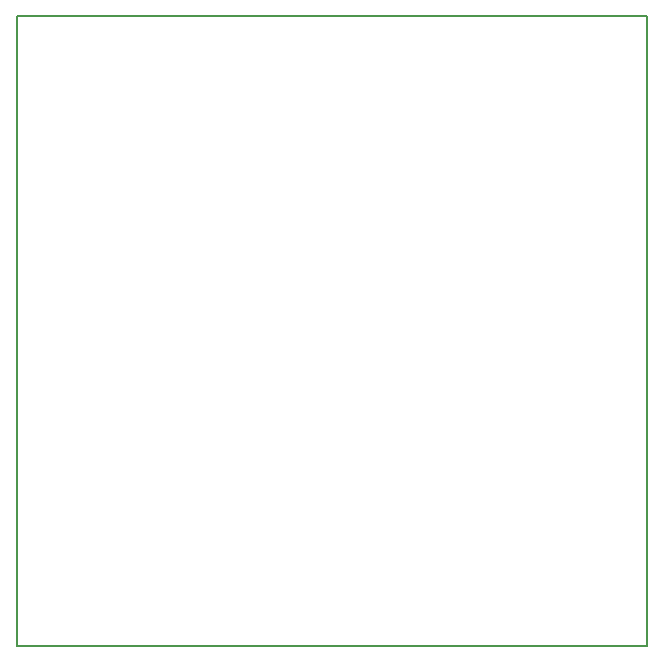
<source format=gbr>
G04 #@! TF.FileFunction,Profile,NP*
%FSLAX46Y46*%
G04 Gerber Fmt 4.6, Leading zero omitted, Abs format (unit mm)*
G04 Created by KiCad (PCBNEW 4.0.5) date 09/19/17 16:04:32*
%MOMM*%
%LPD*%
G01*
G04 APERTURE LIST*
%ADD10C,0.100000*%
%ADD11C,0.150000*%
G04 APERTURE END LIST*
D10*
D11*
X77216000Y-105410000D02*
X77216000Y-52070000D01*
X130556000Y-105410000D02*
X77216000Y-105410000D01*
X130556000Y-52070000D02*
X130556000Y-105410000D01*
X77216000Y-52070000D02*
X130556000Y-52070000D01*
M02*

</source>
